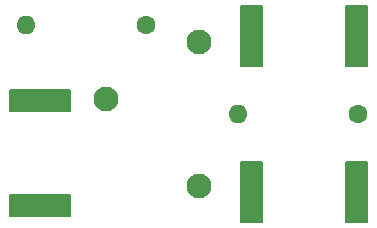
<source format=gbs>
%TF.GenerationSoftware,KiCad,Pcbnew,(6.0.0-0)*%
%TF.CreationDate,2022-04-29T16:53:49+10:00*%
%TF.ProjectId,kicad practice,6b696361-6420-4707-9261-63746963652e,rev?*%
%TF.SameCoordinates,Original*%
%TF.FileFunction,Soldermask,Bot*%
%TF.FilePolarity,Negative*%
%FSLAX46Y46*%
G04 Gerber Fmt 4.6, Leading zero omitted, Abs format (unit mm)*
G04 Created by KiCad (PCBNEW (6.0.0-0)) date 2022-04-29 16:53:49*
%MOMM*%
%LPD*%
G01*
G04 APERTURE LIST*
%ADD10C,0.150000*%
%ADD11C,2.100000*%
%ADD12C,1.600000*%
%ADD13O,1.600000X1.600000*%
G04 APERTURE END LIST*
D10*
X148844000Y-92964000D02*
X148844000Y-98044000D01*
X148844000Y-98044000D02*
X147066000Y-98044000D01*
X147066000Y-98044000D02*
X147066000Y-92964000D01*
X147066000Y-92964000D02*
X148844000Y-92964000D01*
G36*
X148844000Y-98044000D02*
G01*
X147066000Y-98044000D01*
X147066000Y-92964000D01*
X148844000Y-92964000D01*
X148844000Y-98044000D01*
G37*
X148844000Y-98044000D02*
X147066000Y-98044000D01*
X147066000Y-92964000D01*
X148844000Y-92964000D01*
X148844000Y-98044000D01*
X157734000Y-92964000D02*
X157734000Y-98044000D01*
X157734000Y-98044000D02*
X155956000Y-98044000D01*
X155956000Y-98044000D02*
X155956000Y-92964000D01*
X155956000Y-92964000D02*
X157734000Y-92964000D01*
G36*
X157734000Y-98044000D02*
G01*
X155956000Y-98044000D01*
X155956000Y-92964000D01*
X157734000Y-92964000D01*
X157734000Y-98044000D01*
G37*
X157734000Y-98044000D02*
X155956000Y-98044000D01*
X155956000Y-92964000D01*
X157734000Y-92964000D01*
X157734000Y-98044000D01*
X157734000Y-106172000D02*
X157734000Y-111252000D01*
X157734000Y-111252000D02*
X155956000Y-111252000D01*
X155956000Y-111252000D02*
X155956000Y-106172000D01*
X155956000Y-106172000D02*
X157734000Y-106172000D01*
G36*
X157734000Y-111252000D02*
G01*
X155956000Y-111252000D01*
X155956000Y-106172000D01*
X157734000Y-106172000D01*
X157734000Y-111252000D01*
G37*
X157734000Y-111252000D02*
X155956000Y-111252000D01*
X155956000Y-106172000D01*
X157734000Y-106172000D01*
X157734000Y-111252000D01*
X148844000Y-106172000D02*
X148844000Y-111252000D01*
X148844000Y-111252000D02*
X147066000Y-111252000D01*
X147066000Y-111252000D02*
X147066000Y-106172000D01*
X147066000Y-106172000D02*
X148844000Y-106172000D01*
G36*
X148844000Y-111252000D02*
G01*
X147066000Y-111252000D01*
X147066000Y-106172000D01*
X148844000Y-106172000D01*
X148844000Y-111252000D01*
G37*
X148844000Y-111252000D02*
X147066000Y-111252000D01*
X147066000Y-106172000D01*
X148844000Y-106172000D01*
X148844000Y-111252000D01*
X132588000Y-110744000D02*
X127508000Y-110744000D01*
X127508000Y-110744000D02*
X127508000Y-108966000D01*
X127508000Y-108966000D02*
X132588000Y-108966000D01*
X132588000Y-108966000D02*
X132588000Y-110744000D01*
G36*
X132588000Y-110744000D02*
G01*
X127508000Y-110744000D01*
X127508000Y-108966000D01*
X132588000Y-108966000D01*
X132588000Y-110744000D01*
G37*
X132588000Y-110744000D02*
X127508000Y-110744000D01*
X127508000Y-108966000D01*
X132588000Y-108966000D01*
X132588000Y-110744000D01*
X132588000Y-101854000D02*
X127508000Y-101854000D01*
X127508000Y-101854000D02*
X127508000Y-100076000D01*
X127508000Y-100076000D02*
X132588000Y-100076000D01*
X132588000Y-100076000D02*
X132588000Y-101854000D01*
G36*
X132588000Y-101854000D02*
G01*
X127508000Y-101854000D01*
X127508000Y-100076000D01*
X132588000Y-100076000D01*
X132588000Y-101854000D01*
G37*
X132588000Y-101854000D02*
X127508000Y-101854000D01*
X127508000Y-100076000D01*
X132588000Y-100076000D01*
X132588000Y-101854000D01*
D11*
%TO.C,REF\u002A\u002A*%
X143510000Y-108204000D03*
%TD*%
D12*
%TO.C,R1*%
X156972000Y-102108000D03*
D13*
X146812000Y-102108000D03*
%TD*%
D11*
%TO.C,REF\u002A\u002A*%
X143510000Y-96012000D03*
%TD*%
%TO.C,REF\u002A\u002A*%
X135636000Y-100838000D03*
%TD*%
D12*
%TO.C,R2*%
X139065000Y-94615000D03*
D13*
X128905000Y-94615000D03*
%TD*%
M02*

</source>
